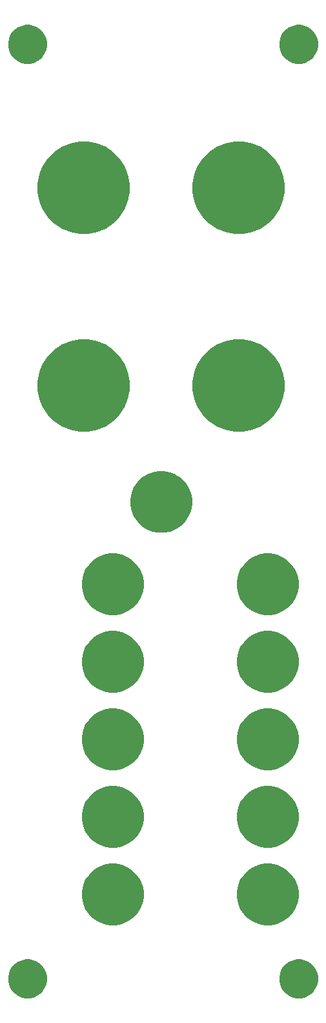
<source format=gbr>
G04 #@! TF.GenerationSoftware,KiCad,Pcbnew,(5.1.4-0-10_14)*
G04 #@! TF.CreationDate,2019-10-08T20:59:21-07:00*
G04 #@! TF.ProjectId,VCO_Front_Panel,56434f5f-4672-46f6-9e74-5f50616e656c,rev?*
G04 #@! TF.SameCoordinates,Original*
G04 #@! TF.FileFunction,Soldermask,Bot*
G04 #@! TF.FilePolarity,Negative*
%FSLAX46Y46*%
G04 Gerber Fmt 4.6, Leading zero omitted, Abs format (unit mm)*
G04 Created by KiCad (PCBNEW (5.1.4-0-10_14)) date 2019-10-08 20:59:21*
%MOMM*%
%LPD*%
G04 APERTURE LIST*
%ADD10C,0.100000*%
G04 APERTURE END LIST*
D10*
G36*
X107678098Y-162901033D02*
G01*
X108142350Y-163093332D01*
X108142352Y-163093333D01*
X108560168Y-163372509D01*
X108915491Y-163727832D01*
X109194667Y-164145648D01*
X109194668Y-164145650D01*
X109386967Y-164609902D01*
X109485000Y-165102747D01*
X109485000Y-165605253D01*
X109386967Y-166098098D01*
X109194668Y-166562350D01*
X109194667Y-166562352D01*
X108915491Y-166980168D01*
X108560168Y-167335491D01*
X108142352Y-167614667D01*
X108142351Y-167614668D01*
X108142350Y-167614668D01*
X107678098Y-167806967D01*
X107185253Y-167905000D01*
X106682747Y-167905000D01*
X106189902Y-167806967D01*
X105725650Y-167614668D01*
X105725649Y-167614668D01*
X105725648Y-167614667D01*
X105307832Y-167335491D01*
X104952509Y-166980168D01*
X104673333Y-166562352D01*
X104673332Y-166562350D01*
X104481033Y-166098098D01*
X104383000Y-165605253D01*
X104383000Y-165102747D01*
X104481033Y-164609902D01*
X104673332Y-164145650D01*
X104673333Y-164145648D01*
X104952509Y-163727832D01*
X105307832Y-163372509D01*
X105725648Y-163093333D01*
X105725650Y-163093332D01*
X106189902Y-162901033D01*
X106682747Y-162803000D01*
X107185253Y-162803000D01*
X107678098Y-162901033D01*
X107678098Y-162901033D01*
G37*
G36*
X72118098Y-162901033D02*
G01*
X72582350Y-163093332D01*
X72582352Y-163093333D01*
X73000168Y-163372509D01*
X73355491Y-163727832D01*
X73634667Y-164145648D01*
X73634668Y-164145650D01*
X73826967Y-164609902D01*
X73925000Y-165102747D01*
X73925000Y-165605253D01*
X73826967Y-166098098D01*
X73634668Y-166562350D01*
X73634667Y-166562352D01*
X73355491Y-166980168D01*
X73000168Y-167335491D01*
X72582352Y-167614667D01*
X72582351Y-167614668D01*
X72582350Y-167614668D01*
X72118098Y-167806967D01*
X71625253Y-167905000D01*
X71122747Y-167905000D01*
X70629902Y-167806967D01*
X70165650Y-167614668D01*
X70165649Y-167614668D01*
X70165648Y-167614667D01*
X69747832Y-167335491D01*
X69392509Y-166980168D01*
X69113333Y-166562352D01*
X69113332Y-166562350D01*
X68921033Y-166098098D01*
X68823000Y-165605253D01*
X68823000Y-165102747D01*
X68921033Y-164609902D01*
X69113332Y-164145650D01*
X69113333Y-164145648D01*
X69392509Y-163727832D01*
X69747832Y-163372509D01*
X70165648Y-163093333D01*
X70165650Y-163093332D01*
X70629902Y-162901033D01*
X71122747Y-162803000D01*
X71625253Y-162803000D01*
X72118098Y-162901033D01*
X72118098Y-162901033D01*
G37*
G36*
X83731632Y-150409678D02*
G01*
X84468866Y-150715050D01*
X84468868Y-150715051D01*
X84635867Y-150826636D01*
X85132361Y-151158383D01*
X85696617Y-151722639D01*
X86139950Y-152386134D01*
X86445322Y-153123368D01*
X86600999Y-153906010D01*
X86600999Y-154703990D01*
X86445322Y-155486632D01*
X86139950Y-156223866D01*
X85696617Y-156887361D01*
X85132361Y-157451617D01*
X84635867Y-157783363D01*
X84468868Y-157894949D01*
X84468867Y-157894950D01*
X84468866Y-157894950D01*
X83731632Y-158200322D01*
X82948990Y-158355999D01*
X82151010Y-158355999D01*
X81368368Y-158200322D01*
X80631134Y-157894950D01*
X80631133Y-157894950D01*
X80631132Y-157894949D01*
X80464133Y-157783363D01*
X79967639Y-157451617D01*
X79403383Y-156887361D01*
X78960050Y-156223866D01*
X78654678Y-155486632D01*
X78499001Y-154703990D01*
X78499001Y-153906010D01*
X78654678Y-153123368D01*
X78960050Y-152386134D01*
X79403383Y-151722639D01*
X79967639Y-151158383D01*
X80464133Y-150826637D01*
X80631132Y-150715051D01*
X80631134Y-150715050D01*
X81368368Y-150409678D01*
X82151010Y-150254001D01*
X82948990Y-150254001D01*
X83731632Y-150409678D01*
X83731632Y-150409678D01*
G37*
G36*
X104051632Y-150409678D02*
G01*
X104788866Y-150715050D01*
X104788868Y-150715051D01*
X104955867Y-150826636D01*
X105452361Y-151158383D01*
X106016617Y-151722639D01*
X106459950Y-152386134D01*
X106765322Y-153123368D01*
X106920999Y-153906010D01*
X106920999Y-154703990D01*
X106765322Y-155486632D01*
X106459950Y-156223866D01*
X106016617Y-156887361D01*
X105452361Y-157451617D01*
X104955867Y-157783363D01*
X104788868Y-157894949D01*
X104788867Y-157894950D01*
X104788866Y-157894950D01*
X104051632Y-158200322D01*
X103268990Y-158355999D01*
X102471010Y-158355999D01*
X101688368Y-158200322D01*
X100951134Y-157894950D01*
X100951133Y-157894950D01*
X100951132Y-157894949D01*
X100784133Y-157783363D01*
X100287639Y-157451617D01*
X99723383Y-156887361D01*
X99280050Y-156223866D01*
X98974678Y-155486632D01*
X98819001Y-154703990D01*
X98819001Y-153906010D01*
X98974678Y-153123368D01*
X99280050Y-152386134D01*
X99723383Y-151722639D01*
X100287639Y-151158383D01*
X100784133Y-150826637D01*
X100951132Y-150715051D01*
X100951134Y-150715050D01*
X101688368Y-150409678D01*
X102471010Y-150254001D01*
X103268990Y-150254001D01*
X104051632Y-150409678D01*
X104051632Y-150409678D01*
G37*
G36*
X104051632Y-140249678D02*
G01*
X104788866Y-140555050D01*
X104788868Y-140555051D01*
X104955867Y-140666636D01*
X105452361Y-140998383D01*
X106016617Y-141562639D01*
X106459950Y-142226134D01*
X106765322Y-142963368D01*
X106920999Y-143746010D01*
X106920999Y-144543990D01*
X106765322Y-145326632D01*
X106459950Y-146063866D01*
X106016617Y-146727361D01*
X105452361Y-147291617D01*
X104955867Y-147623363D01*
X104788868Y-147734949D01*
X104788867Y-147734950D01*
X104788866Y-147734950D01*
X104051632Y-148040322D01*
X103268990Y-148195999D01*
X102471010Y-148195999D01*
X101688368Y-148040322D01*
X100951134Y-147734950D01*
X100951133Y-147734950D01*
X100951132Y-147734949D01*
X100784133Y-147623363D01*
X100287639Y-147291617D01*
X99723383Y-146727361D01*
X99280050Y-146063866D01*
X98974678Y-145326632D01*
X98819001Y-144543990D01*
X98819001Y-143746010D01*
X98974678Y-142963368D01*
X99280050Y-142226134D01*
X99723383Y-141562639D01*
X100287639Y-140998383D01*
X100784133Y-140666636D01*
X100951132Y-140555051D01*
X100951134Y-140555050D01*
X101688368Y-140249678D01*
X102471010Y-140094001D01*
X103268990Y-140094001D01*
X104051632Y-140249678D01*
X104051632Y-140249678D01*
G37*
G36*
X83731632Y-140249678D02*
G01*
X84468866Y-140555050D01*
X84468868Y-140555051D01*
X84635867Y-140666636D01*
X85132361Y-140998383D01*
X85696617Y-141562639D01*
X86139950Y-142226134D01*
X86445322Y-142963368D01*
X86600999Y-143746010D01*
X86600999Y-144543990D01*
X86445322Y-145326632D01*
X86139950Y-146063866D01*
X85696617Y-146727361D01*
X85132361Y-147291617D01*
X84635867Y-147623363D01*
X84468868Y-147734949D01*
X84468867Y-147734950D01*
X84468866Y-147734950D01*
X83731632Y-148040322D01*
X82948990Y-148195999D01*
X82151010Y-148195999D01*
X81368368Y-148040322D01*
X80631134Y-147734950D01*
X80631133Y-147734950D01*
X80631132Y-147734949D01*
X80464133Y-147623363D01*
X79967639Y-147291617D01*
X79403383Y-146727361D01*
X78960050Y-146063866D01*
X78654678Y-145326632D01*
X78499001Y-144543990D01*
X78499001Y-143746010D01*
X78654678Y-142963368D01*
X78960050Y-142226134D01*
X79403383Y-141562639D01*
X79967639Y-140998383D01*
X80464133Y-140666636D01*
X80631132Y-140555051D01*
X80631134Y-140555050D01*
X81368368Y-140249678D01*
X82151010Y-140094001D01*
X82948990Y-140094001D01*
X83731632Y-140249678D01*
X83731632Y-140249678D01*
G37*
G36*
X104051632Y-130089678D02*
G01*
X104788866Y-130395050D01*
X104788868Y-130395051D01*
X104955867Y-130506636D01*
X105452361Y-130838383D01*
X106016617Y-131402639D01*
X106459950Y-132066134D01*
X106765322Y-132803368D01*
X106920999Y-133586010D01*
X106920999Y-134383990D01*
X106765322Y-135166632D01*
X106459950Y-135903866D01*
X106016617Y-136567361D01*
X105452361Y-137131617D01*
X104955867Y-137463363D01*
X104788868Y-137574949D01*
X104788867Y-137574950D01*
X104788866Y-137574950D01*
X104051632Y-137880322D01*
X103268990Y-138035999D01*
X102471010Y-138035999D01*
X101688368Y-137880322D01*
X100951134Y-137574950D01*
X100951133Y-137574950D01*
X100951132Y-137574949D01*
X100784133Y-137463364D01*
X100287639Y-137131617D01*
X99723383Y-136567361D01*
X99280050Y-135903866D01*
X98974678Y-135166632D01*
X98819001Y-134383990D01*
X98819001Y-133586010D01*
X98974678Y-132803368D01*
X99280050Y-132066134D01*
X99723383Y-131402639D01*
X100287639Y-130838383D01*
X100784133Y-130506637D01*
X100951132Y-130395051D01*
X100951134Y-130395050D01*
X101688368Y-130089678D01*
X102471010Y-129934001D01*
X103268990Y-129934001D01*
X104051632Y-130089678D01*
X104051632Y-130089678D01*
G37*
G36*
X83731632Y-130089678D02*
G01*
X84468866Y-130395050D01*
X84468868Y-130395051D01*
X84635867Y-130506636D01*
X85132361Y-130838383D01*
X85696617Y-131402639D01*
X86139950Y-132066134D01*
X86445322Y-132803368D01*
X86600999Y-133586010D01*
X86600999Y-134383990D01*
X86445322Y-135166632D01*
X86139950Y-135903866D01*
X85696617Y-136567361D01*
X85132361Y-137131617D01*
X84635867Y-137463363D01*
X84468868Y-137574949D01*
X84468867Y-137574950D01*
X84468866Y-137574950D01*
X83731632Y-137880322D01*
X82948990Y-138035999D01*
X82151010Y-138035999D01*
X81368368Y-137880322D01*
X80631134Y-137574950D01*
X80631133Y-137574950D01*
X80631132Y-137574949D01*
X80464133Y-137463364D01*
X79967639Y-137131617D01*
X79403383Y-136567361D01*
X78960050Y-135903866D01*
X78654678Y-135166632D01*
X78499001Y-134383990D01*
X78499001Y-133586010D01*
X78654678Y-132803368D01*
X78960050Y-132066134D01*
X79403383Y-131402639D01*
X79967639Y-130838383D01*
X80464133Y-130506637D01*
X80631132Y-130395051D01*
X80631134Y-130395050D01*
X81368368Y-130089678D01*
X82151010Y-129934001D01*
X82948990Y-129934001D01*
X83731632Y-130089678D01*
X83731632Y-130089678D01*
G37*
G36*
X104051632Y-119929678D02*
G01*
X104788866Y-120235050D01*
X104788868Y-120235051D01*
X104955867Y-120346637D01*
X105452361Y-120678383D01*
X106016617Y-121242639D01*
X106459950Y-121906134D01*
X106765322Y-122643368D01*
X106920999Y-123426010D01*
X106920999Y-124223990D01*
X106765322Y-125006632D01*
X106459950Y-125743866D01*
X106016617Y-126407361D01*
X105452361Y-126971617D01*
X104955867Y-127303364D01*
X104788868Y-127414949D01*
X104788867Y-127414950D01*
X104788866Y-127414950D01*
X104051632Y-127720322D01*
X103268990Y-127875999D01*
X102471010Y-127875999D01*
X101688368Y-127720322D01*
X100951134Y-127414950D01*
X100951133Y-127414950D01*
X100951132Y-127414949D01*
X100784133Y-127303363D01*
X100287639Y-126971617D01*
X99723383Y-126407361D01*
X99280050Y-125743866D01*
X98974678Y-125006632D01*
X98819001Y-124223990D01*
X98819001Y-123426010D01*
X98974678Y-122643368D01*
X99280050Y-121906134D01*
X99723383Y-121242639D01*
X100287639Y-120678383D01*
X100784133Y-120346637D01*
X100951132Y-120235051D01*
X100951134Y-120235050D01*
X101688368Y-119929678D01*
X102471010Y-119774001D01*
X103268990Y-119774001D01*
X104051632Y-119929678D01*
X104051632Y-119929678D01*
G37*
G36*
X83731632Y-119929678D02*
G01*
X84468866Y-120235050D01*
X84468868Y-120235051D01*
X84635867Y-120346637D01*
X85132361Y-120678383D01*
X85696617Y-121242639D01*
X86139950Y-121906134D01*
X86445322Y-122643368D01*
X86600999Y-123426010D01*
X86600999Y-124223990D01*
X86445322Y-125006632D01*
X86139950Y-125743866D01*
X85696617Y-126407361D01*
X85132361Y-126971617D01*
X84635867Y-127303364D01*
X84468868Y-127414949D01*
X84468867Y-127414950D01*
X84468866Y-127414950D01*
X83731632Y-127720322D01*
X82948990Y-127875999D01*
X82151010Y-127875999D01*
X81368368Y-127720322D01*
X80631134Y-127414950D01*
X80631133Y-127414950D01*
X80631132Y-127414949D01*
X80464133Y-127303363D01*
X79967639Y-126971617D01*
X79403383Y-126407361D01*
X78960050Y-125743866D01*
X78654678Y-125006632D01*
X78499001Y-124223990D01*
X78499001Y-123426010D01*
X78654678Y-122643368D01*
X78960050Y-121906134D01*
X79403383Y-121242639D01*
X79967639Y-120678383D01*
X80464133Y-120346637D01*
X80631132Y-120235051D01*
X80631134Y-120235050D01*
X81368368Y-119929678D01*
X82151010Y-119774001D01*
X82948990Y-119774001D01*
X83731632Y-119929678D01*
X83731632Y-119929678D01*
G37*
G36*
X104051632Y-109769678D02*
G01*
X104788866Y-110075050D01*
X104788868Y-110075051D01*
X104955867Y-110186637D01*
X105452361Y-110518383D01*
X106016617Y-111082639D01*
X106459950Y-111746134D01*
X106765322Y-112483368D01*
X106920999Y-113266010D01*
X106920999Y-114063990D01*
X106765322Y-114846632D01*
X106459950Y-115583866D01*
X106016617Y-116247361D01*
X105452361Y-116811617D01*
X104955867Y-117143363D01*
X104788868Y-117254949D01*
X104788867Y-117254950D01*
X104788866Y-117254950D01*
X104051632Y-117560322D01*
X103268990Y-117715999D01*
X102471010Y-117715999D01*
X101688368Y-117560322D01*
X100951134Y-117254950D01*
X100951133Y-117254950D01*
X100951132Y-117254949D01*
X100784133Y-117143364D01*
X100287639Y-116811617D01*
X99723383Y-116247361D01*
X99280050Y-115583866D01*
X98974678Y-114846632D01*
X98819001Y-114063990D01*
X98819001Y-113266010D01*
X98974678Y-112483368D01*
X99280050Y-111746134D01*
X99723383Y-111082639D01*
X100287639Y-110518383D01*
X100784133Y-110186637D01*
X100951132Y-110075051D01*
X100951134Y-110075050D01*
X101688368Y-109769678D01*
X102471010Y-109614001D01*
X103268990Y-109614001D01*
X104051632Y-109769678D01*
X104051632Y-109769678D01*
G37*
G36*
X83731632Y-109769678D02*
G01*
X84468866Y-110075050D01*
X84468868Y-110075051D01*
X84635867Y-110186637D01*
X85132361Y-110518383D01*
X85696617Y-111082639D01*
X86139950Y-111746134D01*
X86445322Y-112483368D01*
X86600999Y-113266010D01*
X86600999Y-114063990D01*
X86445322Y-114846632D01*
X86139950Y-115583866D01*
X85696617Y-116247361D01*
X85132361Y-116811617D01*
X84635867Y-117143364D01*
X84468868Y-117254949D01*
X84468867Y-117254950D01*
X84468866Y-117254950D01*
X83731632Y-117560322D01*
X82948990Y-117715999D01*
X82151010Y-117715999D01*
X81368368Y-117560322D01*
X80631134Y-117254950D01*
X80631133Y-117254950D01*
X80631132Y-117254949D01*
X80464133Y-117143364D01*
X79967639Y-116811617D01*
X79403383Y-116247361D01*
X78960050Y-115583866D01*
X78654678Y-114846632D01*
X78499001Y-114063990D01*
X78499001Y-113266010D01*
X78654678Y-112483368D01*
X78960050Y-111746134D01*
X79403383Y-111082639D01*
X79967639Y-110518383D01*
X80464133Y-110186637D01*
X80631132Y-110075051D01*
X80631134Y-110075050D01*
X81368368Y-109769678D01*
X82151010Y-109614001D01*
X82948990Y-109614001D01*
X83731632Y-109769678D01*
X83731632Y-109769678D01*
G37*
G36*
X90081632Y-98974678D02*
G01*
X90818866Y-99280050D01*
X90818868Y-99280051D01*
X90985867Y-99391637D01*
X91482361Y-99723383D01*
X92046617Y-100287639D01*
X92489950Y-100951134D01*
X92795322Y-101688368D01*
X92950999Y-102471010D01*
X92950999Y-103268990D01*
X92795322Y-104051632D01*
X92489950Y-104788866D01*
X92046617Y-105452361D01*
X91482361Y-106016617D01*
X90985867Y-106348363D01*
X90818868Y-106459949D01*
X90818867Y-106459950D01*
X90818866Y-106459950D01*
X90081632Y-106765322D01*
X89298990Y-106920999D01*
X88501010Y-106920999D01*
X87718368Y-106765322D01*
X86981134Y-106459950D01*
X86981133Y-106459950D01*
X86981132Y-106459949D01*
X86814133Y-106348363D01*
X86317639Y-106016617D01*
X85753383Y-105452361D01*
X85310050Y-104788866D01*
X85004678Y-104051632D01*
X84849001Y-103268990D01*
X84849001Y-102471010D01*
X85004678Y-101688368D01*
X85310050Y-100951134D01*
X85753383Y-100287639D01*
X86317639Y-99723383D01*
X86814133Y-99391637D01*
X86981132Y-99280051D01*
X86981134Y-99280050D01*
X87718368Y-98974678D01*
X88501010Y-98819001D01*
X89298990Y-98819001D01*
X90081632Y-98974678D01*
X90081632Y-98974678D01*
G37*
G36*
X100825010Y-81811537D02*
G01*
X101281147Y-82000476D01*
X101926223Y-82267674D01*
X102917287Y-82929882D01*
X103760118Y-83772713D01*
X104422326Y-84763777D01*
X104689524Y-85408853D01*
X104878463Y-85864990D01*
X105110999Y-87034027D01*
X105110999Y-88225973D01*
X104878463Y-89395010D01*
X104689524Y-89851147D01*
X104422326Y-90496223D01*
X103760118Y-91487287D01*
X102917287Y-92330118D01*
X101926223Y-92992326D01*
X101281147Y-93259524D01*
X100825010Y-93448463D01*
X99655973Y-93680999D01*
X98464027Y-93680999D01*
X97294990Y-93448463D01*
X96838853Y-93259524D01*
X96193777Y-92992326D01*
X95202713Y-92330118D01*
X94359882Y-91487287D01*
X93697674Y-90496223D01*
X93430476Y-89851147D01*
X93241537Y-89395010D01*
X93009001Y-88225973D01*
X93009001Y-87034027D01*
X93241537Y-85864990D01*
X93430476Y-85408853D01*
X93697674Y-84763777D01*
X94359882Y-83772713D01*
X95202713Y-82929882D01*
X96193777Y-82267674D01*
X96838853Y-82000476D01*
X97294990Y-81811537D01*
X98464027Y-81579001D01*
X99655973Y-81579001D01*
X100825010Y-81811537D01*
X100825010Y-81811537D01*
G37*
G36*
X80505010Y-81811537D02*
G01*
X80961147Y-82000476D01*
X81606223Y-82267674D01*
X82597287Y-82929882D01*
X83440118Y-83772713D01*
X84102326Y-84763777D01*
X84369524Y-85408853D01*
X84558463Y-85864990D01*
X84790999Y-87034027D01*
X84790999Y-88225973D01*
X84558463Y-89395010D01*
X84369524Y-89851147D01*
X84102326Y-90496223D01*
X83440118Y-91487287D01*
X82597287Y-92330118D01*
X81606223Y-92992326D01*
X80961147Y-93259524D01*
X80505010Y-93448463D01*
X79335973Y-93680999D01*
X78144027Y-93680999D01*
X76974990Y-93448463D01*
X76518853Y-93259524D01*
X75873777Y-92992326D01*
X74882713Y-92330118D01*
X74039882Y-91487287D01*
X73377674Y-90496223D01*
X73110476Y-89851147D01*
X72921537Y-89395010D01*
X72689001Y-88225973D01*
X72689001Y-87034027D01*
X72921537Y-85864990D01*
X73110476Y-85408853D01*
X73377674Y-84763777D01*
X74039882Y-83772713D01*
X74882713Y-82929882D01*
X75873777Y-82267674D01*
X76518853Y-82000476D01*
X76974990Y-81811537D01*
X78144027Y-81579001D01*
X79335973Y-81579001D01*
X80505010Y-81811537D01*
X80505010Y-81811537D01*
G37*
G36*
X100825010Y-55903537D02*
G01*
X101281147Y-56092476D01*
X101926223Y-56359674D01*
X102917287Y-57021882D01*
X103760118Y-57864713D01*
X104422326Y-58855777D01*
X104689524Y-59500853D01*
X104878463Y-59956990D01*
X105110999Y-61126027D01*
X105110999Y-62317973D01*
X104878463Y-63487010D01*
X104689524Y-63943147D01*
X104422326Y-64588223D01*
X103760118Y-65579287D01*
X102917287Y-66422118D01*
X101926223Y-67084326D01*
X101281147Y-67351524D01*
X100825010Y-67540463D01*
X99655973Y-67772999D01*
X98464027Y-67772999D01*
X97294990Y-67540463D01*
X96838853Y-67351524D01*
X96193777Y-67084326D01*
X95202713Y-66422118D01*
X94359882Y-65579287D01*
X93697674Y-64588223D01*
X93430476Y-63943147D01*
X93241537Y-63487010D01*
X93009001Y-62317973D01*
X93009001Y-61126027D01*
X93241537Y-59956990D01*
X93430476Y-59500853D01*
X93697674Y-58855777D01*
X94359882Y-57864713D01*
X95202713Y-57021882D01*
X96193777Y-56359674D01*
X96838853Y-56092476D01*
X97294990Y-55903537D01*
X98464027Y-55671001D01*
X99655973Y-55671001D01*
X100825010Y-55903537D01*
X100825010Y-55903537D01*
G37*
G36*
X80505010Y-55903537D02*
G01*
X80961147Y-56092476D01*
X81606223Y-56359674D01*
X82597287Y-57021882D01*
X83440118Y-57864713D01*
X84102326Y-58855777D01*
X84369524Y-59500853D01*
X84558463Y-59956990D01*
X84790999Y-61126027D01*
X84790999Y-62317973D01*
X84558463Y-63487010D01*
X84369524Y-63943147D01*
X84102326Y-64588223D01*
X83440118Y-65579287D01*
X82597287Y-66422118D01*
X81606223Y-67084326D01*
X80961147Y-67351524D01*
X80505010Y-67540463D01*
X79335973Y-67772999D01*
X78144027Y-67772999D01*
X76974990Y-67540463D01*
X76518853Y-67351524D01*
X75873777Y-67084326D01*
X74882713Y-66422118D01*
X74039882Y-65579287D01*
X73377674Y-64588223D01*
X73110476Y-63943147D01*
X72921537Y-63487010D01*
X72689001Y-62317973D01*
X72689001Y-61126027D01*
X72921537Y-59956990D01*
X73110476Y-59500853D01*
X73377674Y-58855777D01*
X74039882Y-57864713D01*
X74882713Y-57021882D01*
X75873777Y-56359674D01*
X76518853Y-56092476D01*
X76974990Y-55903537D01*
X78144027Y-55671001D01*
X79335973Y-55671001D01*
X80505010Y-55903537D01*
X80505010Y-55903537D01*
G37*
G36*
X72118098Y-40473033D02*
G01*
X72582350Y-40665332D01*
X72582352Y-40665333D01*
X73000168Y-40944509D01*
X73355491Y-41299832D01*
X73634667Y-41717648D01*
X73634668Y-41717650D01*
X73826967Y-42181902D01*
X73925000Y-42674747D01*
X73925000Y-43177253D01*
X73826967Y-43670098D01*
X73634668Y-44134350D01*
X73634667Y-44134352D01*
X73355491Y-44552168D01*
X73000168Y-44907491D01*
X72582352Y-45186667D01*
X72582351Y-45186668D01*
X72582350Y-45186668D01*
X72118098Y-45378967D01*
X71625253Y-45477000D01*
X71122747Y-45477000D01*
X70629902Y-45378967D01*
X70165650Y-45186668D01*
X70165649Y-45186668D01*
X70165648Y-45186667D01*
X69747832Y-44907491D01*
X69392509Y-44552168D01*
X69113333Y-44134352D01*
X69113332Y-44134350D01*
X68921033Y-43670098D01*
X68823000Y-43177253D01*
X68823000Y-42674747D01*
X68921033Y-42181902D01*
X69113332Y-41717650D01*
X69113333Y-41717648D01*
X69392509Y-41299832D01*
X69747832Y-40944509D01*
X70165648Y-40665333D01*
X70165650Y-40665332D01*
X70629902Y-40473033D01*
X71122747Y-40375000D01*
X71625253Y-40375000D01*
X72118098Y-40473033D01*
X72118098Y-40473033D01*
G37*
G36*
X107678098Y-40473033D02*
G01*
X108142350Y-40665332D01*
X108142352Y-40665333D01*
X108560168Y-40944509D01*
X108915491Y-41299832D01*
X109194667Y-41717648D01*
X109194668Y-41717650D01*
X109386967Y-42181902D01*
X109485000Y-42674747D01*
X109485000Y-43177253D01*
X109386967Y-43670098D01*
X109194668Y-44134350D01*
X109194667Y-44134352D01*
X108915491Y-44552168D01*
X108560168Y-44907491D01*
X108142352Y-45186667D01*
X108142351Y-45186668D01*
X108142350Y-45186668D01*
X107678098Y-45378967D01*
X107185253Y-45477000D01*
X106682747Y-45477000D01*
X106189902Y-45378967D01*
X105725650Y-45186668D01*
X105725649Y-45186668D01*
X105725648Y-45186667D01*
X105307832Y-44907491D01*
X104952509Y-44552168D01*
X104673333Y-44134352D01*
X104673332Y-44134350D01*
X104481033Y-43670098D01*
X104383000Y-43177253D01*
X104383000Y-42674747D01*
X104481033Y-42181902D01*
X104673332Y-41717650D01*
X104673333Y-41717648D01*
X104952509Y-41299832D01*
X105307832Y-40944509D01*
X105725648Y-40665333D01*
X105725650Y-40665332D01*
X106189902Y-40473033D01*
X106682747Y-40375000D01*
X107185253Y-40375000D01*
X107678098Y-40473033D01*
X107678098Y-40473033D01*
G37*
M02*

</source>
